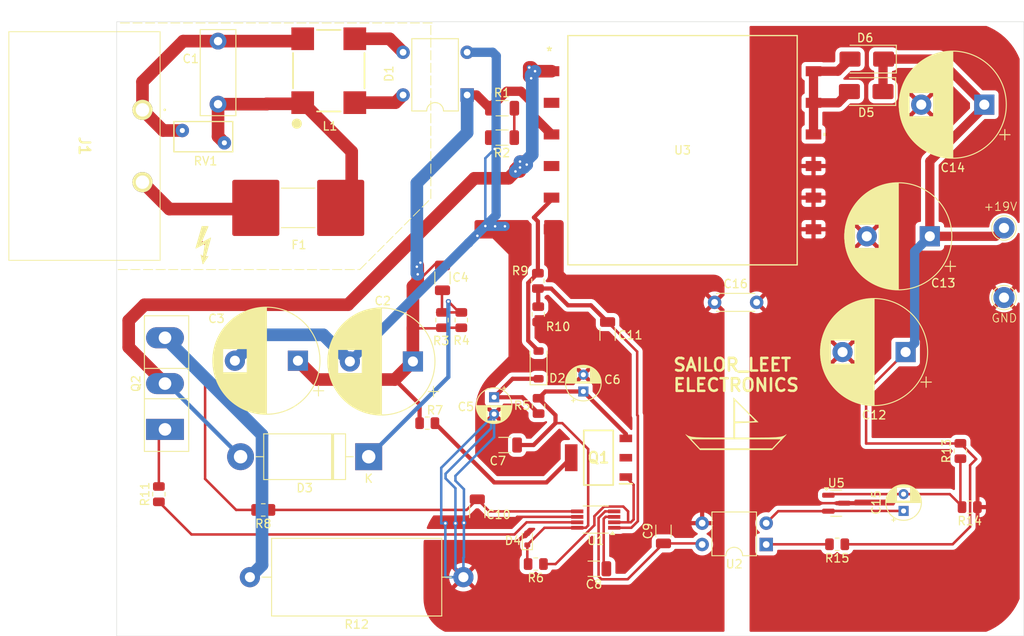
<source format=kicad_pcb>
(kicad_pcb (version 20240108) (generator "pcbnew") (generator_version "8.0")
  (layers (0 "F.Cu" signal) (31 "B.Cu" signal) (34 "B.Paste" user) (35 "F.Paste" user) (36 "B.SilkS" user "B.Silkscreen") (37 "F.SilkS" user "F.Silkscreen") (38 "B.Mask" user) (39 "F.Mask" user) (44 "Edge.Cuts" user))
  (net 0 "")
  (net 1 "Net-(C1-Pad1)")
  (net 2 "Net-(C1-Pad2)")
  (net 3 "GND")
  (net 4 "Net-(D3-K)")
  (net 5 "Net-(D2-K)")
  (net 6 "Net-(D4-K)")
  (net 7 "Net-(U1-SS)")
  (net 8 "Net-(U1-COMP)")
  (net 9 "Net-(Q2-S)")
  (net 10 "Net-(U1-QR)")
  (net 11 "Opto_signal")
  (net 12 "GND1")
  (net 13 "Net-(U5-IN)")
  (net 14 "Net-(U5-OUT)")
  (net 15 "Net-(D1-Pad4)")
  (net 16 "Net-(D1-Pad3)")
  (net 17 "Net-(D2-A)")
  (net 18 "Net-(D3-A)")
  (net 19 "Net-(D5-A)")
  (net 20 "Net-(F1-Pad2)")
  (net 21 "Net-(Q1-G)")
  (net 22 "Net-(Q2-G)")
  (net 23 "Net-(R1-Pad2)")
  (net 24 "Net-(U1-OUT)")
  (net 25 "Net-(R15-Pad2)")
  (net 28 "Net-(U1-CS)")
  (net 30 "Net-(Q1-D_2)")
  (net 31 "Vs")
  (footprint "Capacitor_SMD:C_1206_3216Metric" (layer "F.Cu") (at 185.56 91.03 -90)
    (property "Reference" "C10")
    (property "Value" "0.1uF/50V")
  )
  (footprint "Resistor_SMD:R_0805_2012Metric" (layer "F.Cu") (at 192.77 63.57 -90)
    (property "Reference" "R9")
    (property "Value" "14.7K")
  )
  (footprint "Capacitor_THT:CP_Radial_D4.0mm_P2.00mm" (layer "F.Cu") (at 198.18 76.7326 90)
    (property "Reference" "C6")
    (property "Value" "0.1uF/50V")
  )
  (footprint "Resistor_THT:R_Axial_DIN0922_L20.0mm_D9.0mm_P25.40mm_Horizontal" (layer "F.Cu") (at 183.91 98.82 180)
    (property "Reference" "R12")
    (property "Value" "0.15")
  )
  (footprint "Diode_SMD:D_SOD-123" (layer "F.Cu") (at 192.85 73.57 90)
    (property "Reference" "D2")
    (property "Value" "1N4148W")
  )
  (footprint "Diode_SMD:D_SMA" (layer "F.Cu") (at 231.9 37.19 180)
    (property "Reference" "D6")
    (property "Value" "SS310")
  )
  (footprint "Diode_THT:D_DO-201AD_P15.24mm_Horizontal" (layer "F.Cu") (at 172.64 84.49 180)
    (property "Reference" "D3")
    (property "Value" "UF5406")
  )
  (footprint "Resistor_SMD:R_0805_2012Metric" (layer "F.Cu") (at 160.1 90.82 180)
    (property "Reference" "R8")
    (property "Value" "499")
  )
  (footprint "Capacitor_SMD:C_1206_3216Metric" (layer "F.Cu") (at 207.71 93.33 90)
    (property "Reference" "C9")
    (property "Value" "0.1uF/50V")
  )
  (footprint "private:SMD_13417_WRE" (layer "F.Cu") (at 209.975059 48.03)
    (property "Reference" "U3")
    (property "Value" "750313417")
  )
  (footprint "Capacitor_THT:CP_Radial_D12.5mm_P7.50mm" (layer "F.Cu") (at 239.393959 58.27 180)
    (property "Reference" "C13")
    (property "Value" "50uF/120V")
  )
  (footprint "Capacitor_THT:CP_Radial_D4.0mm_P2.00mm" (layer "F.Cu") (at 187.56 77.417401 -90)
    (property "Reference" "C5")
    (property "Value" "22uF/50v")
  )
  (footprint "Resistor_SMD:R_0805_2012Metric" (layer "F.Cu") (at 192.5175 97.26 180)
    (property "Reference" "R6")
    (property "Value" "2M")
  )
  (footprint "Capacitor_SMD:C_1206_3216Metric" (layer "F.Cu") (at 201.06 69.945 -90)
    (property "Reference" "C11")
    (property "Value" "16pF/100V")
  )
  (footprint "Package_TO_SOT_THT:TO-247-3_Vertical" (layer "F.Cu") (at 148.41 81.24 90)
    (property "Reference" "Q2")
    (property "Value" "C3M0065090D")
  )
  (footprint "Fuse:Fuse_Littelfuse-NANO2-462" (layer "F.Cu") (at 164.26 54.89 180)
    (property "Reference" "F1")
    (property "Value" "1000mA")
  )
  (footprint "Varistor:RV_Disc_D7mm_W3.6mm_P5mm" (layer "F.Cu") (at 155.47 47.15 180)
    (property "Reference" "RV1")
    (property "Value" "10D561K")
  )
  (footprint "Capacitor_THT:CP_Radial_D12.5mm_P7.50mm" (layer "F.Cu") (at 236.513959 72.04 180)
    (property "Reference" "C12")
    (property "Value" "10uF/50V")
  )
  (footprint "Capacitor_THT:CP_Radial_D12.5mm_P7.50mm" (layer "F.Cu") (at 177.903959 73.16 180)
    (property "Reference" "C2")
    (property "Value" "68uF/450V")
  )
  (footprint "Capacitor_THT:CP_Radial_D4.0mm_P2.00mm" (layer "F.Cu") (at 236.2725 90.9426 90)
    (property "Reference" "C15")
    (property "Value" "0.1uF/50V")
  )
  (footprint "Capacitor_THT:CP_Radial_D12.5mm_P7.50mm" (layer "F.Cu") (at 164.223959 73.07 180)
    (property "Reference" "C3")
    (property "Value" "68uF/450V")
  )
  (footprint "Capacitor_THT:C_Disc_D4.3mm_W1.9mm_P5.00mm" (layer "F.Cu") (at 213.79 66.13)
    (property "Reference" "C16")
    (property "Value" "2200pF/100V")
  )
  (footprint "Capacitor_SMD:C_1206_3216Metric" (layer "F.Cu") (at 199.44 97.82 180)
    (property "Reference" "C8")
    (property "Value" "10000pF/100V")
  )
  (footprint "Capacitor_SMD:C_1206_3216Metric" (layer "F.Cu") (at 188.82 83.1 180)
    (property "Reference" "C7")
    (property "Value" "4.7uF/50V")
  )
  (footprint "TestPoint:TestPoint_THTPad_D2.5mm_Drill1.2mm" (layer "F.Cu") (at 248.22 65.56)
    (property "Reference" "H2" (hide yes))
    (property "Value" "GND1")
  )
  (footprint "Resistor_SMD:R_0805_2012Metric" (layer "F.Cu") (at 192.85 78.45 -90)
    (property "Reference" "R5")
    (property "Value" "100")
  )
  (footprint "Symbol:Symbol_HighVoltage_NoTriangle_2x5mm_Copper" (layer "F.Cu") (at 153.21 59.47)
    (property "Reference" "REF**" (hide yes))
    (property "Value" "Symbol_HighVoltage_NoTriangle_2x5mm_Copper" (hide yes))
  )
  (footprint "Resistor_SMD:R_0805_2012Metric" (layer "F.Cu") (at 179.61 80.5)
    (property "Reference" "R7")
    (property "Value" "10K")
  )
  (footprint "Diode_THT:Diode_Bridge_DIP-4_W7.62mm_P5.08mm" (layer "F.Cu") (at 184.35 41.46 180)
    (property "Reference" "D1")
    (property "Value" "DF06M")
  )
  (footprint "Resistor_SMD:R_1206_3216Metric" (layer "F.Cu") (at 188.4975 46.53 180)
    (property "Reference" "R2")
    (property "Value" "499K")
  )
  (footprint "Resistor_SMD:R_0805_2012Metric" (layer "F.Cu") (at 243.0325 83.81 90)
    (property "Reference" "R13")
    (property "Value" "150k")
  )
  (footprint "Resistor_SMD:R_1206_3216Metric" (layer "F.Cu") (at 188.51 43.03)
    (property "Reference" "R1")
    (property "Value" "499K")
  )
  (footprint "Resistor_SMD:R_0805_2012Metric" (layer "F.Cu") (at 147.68 88.9475 90)
    (property "Reference" "R11")
    (property "Value" "4.75")
  )
  (footprint "Package_DIP:DIP-4_W7.62mm" (layer "F.Cu") (at 219.93 94.935 180)
    (property "Reference" "U2")
    (property "Value" "PC817")
  )
  (footprint "Resistor_SMD:R_0805_2012Metric" (layer "F.Cu") (at 181.36 68.235 90)
    (property "Reference" "R3")
    (property "Value" "20K")
  )
  (footprint "Resistor_SMD:R_0805_2012Metric" (layer "F.Cu") (at 228.37 94.91 180)
    (property "Reference" "R15")
    (property "Value" "10k")
  )
  (footprint "private:SOT230P700X180-4N" (layer "F.Cu") (at 199.98 84.61 180)
    (property "Reference" "Q1")
    (property "Value" "BSP135H6433XTMA1" (hide yes))
  )
  (footprint "private:WE-SL5_HC" (layer "F.Cu") (at 167.89 38.57 90)
    (property "Reference" "L1")
    (property "Value" "L_Coupled_1342")
  )
  (footprint "TestPoint:TestPoint_THTPad_D2.5mm_Drill1.2mm" (layer "F.Cu") (at 248.22 57.28)
    (property "Reference" "H1" (hide yes))
    (property "Value" "+19V")
  )
  (footprint "Package_SO:VSSOP-8_3.0x3.0mm_P0.65mm" (layer "F.Cu") (at 199.65 91.97 180)
    (property "Reference" "U1")
    (property "Value" "LM5023")
  )
  (footprint "Resistor_SMD:R_0805_2012Metric" (layer "F.Cu") (at 183.66 68.2375 90)
    (property "Reference" "R4")
    (property "Value" "20K")
  )
  (footprint "private:61600159" (layer "F.Cu") (at 145.73 43.23 -90)
    (property "Reference" "J1")
    (property "Value" "6160.0159" (hide yes))
  )
  (footprint "Package_TO_SOT_SMD:SOT-23" (layer "F.Cu") (at 228.265 90.02)
    (property "Reference" "U5")
    (property "Value" "MAX6101")
  )
  (footprint "Resistor_SMD:R_0805_2012Metric" (layer "F.Cu") (at 192.81 67.5525 -90)
    (property "Reference" "R10")
    (property "Value" "4.42k")
  )
  (footprint "Diode_SMD:D_SMA" (layer "F.Cu") (at 231.8275 41.05 180)
    (property "Reference" "D5")
    (property "Value" "SS310")
  )
  (footprint "Resistor_SMD:R_0805_2012Metric" (layer "F.Cu") (at 244.1375 90.49 180)
    (property "Reference" "R14")
    (property "Value" "10.2k")
  )
  (footprint "tfm:LOGO" (layer "F.Cu") (at 216.233049 80.500914)
    (property "Reference" "G***" (hide yes))
    (property "Value" "LOGO" (hide yes))
  )
  (footprint "Capacitor_SMD:C_1206_3216Metric" (layer "F.Cu") (at 181.42 63.215 -90)
    (property "Reference" "C4")
    (property "Value" "470pF/630V")
  )
  (footprint "Diode_SMD:D_SOD-523" (layer "F.Cu") (at 191.51 94.2875 90)
    (property "Reference" "D4")
    (property "Value" "ESD5Zxx")
  )
  (footprint "Capacitor_THT:CP_Radial_D12.5mm_P7.50mm" (layer "F.Cu") (at 245.873959 42.61 180)
    (property "Reference" "C14")
    (property "Value" "50uF/120V")
  )
  (footprint "Capacitor_THT:C_Rect_L10.0mm_W4.0mm_P7.50mm_MKS4" (layer "F.Cu") (at 154.72 42.55 90)
    (property "Reference" "C1")
    (property "Value" "0.01uF/275VAC")
  )
  (gr_line (start 180.03 53.78) (end 180.03 32.9) (stroke (width 0.1) (type dash)) (layer "F.SilkS"))
  (gr_line (start 142.84 62.23) (end 171.58 62.23) (stroke (width 0.1) (type dash)) (layer "F.SilkS"))
  (gr_line (start 171.58 62.23) (end 180.03 53.78) (stroke (width 0.1) (type dash)) (layer "F.SilkS"))
  (gr_line (start 180.19 32.89) (end 142.86 32.89) (stroke (width 0.1) (type dash)) (layer "F.SilkS"))
  (gr_line (start 142.66 92.755) (end 142.66 32.745) (stroke (width 0.05)) (layer "Edge.Cuts"))
  (gr_line (start 142.66 32.745) (end 250.31 32.745) (stroke (width 0.05)) (layer "Edge.Cuts"))
  (gr_line (start 250.58 105.82) (end 142.66 105.82) (stroke (width 0.05)) (layer "Edge.Cuts"))
  (gr_line (start 250.58 32.745) (end 250.58 105.82) (stroke (width 0.05)) (layer "Edge.Cuts"))
  (gr_line (start 142.66 92.755) (end 142.66 105.82) (stroke (width 0.05)) (layer "Edge.Cuts"))
  (gr_line (start 250.31 32.745) (end 250.58 32.745) (stroke (width 0.05)) (layer "Edge.Cuts"))
  (gr_text "GND\n\n" (at 246.67 70.2 0) (layer "F.SilkS") (effects (font (size 1 1) (thickness 0.1)) (justify left bottom)))
  (gr_text "SAILOR_LEET \nELECTRONICS" (at 208.73 76.85 0) (layer "F.SilkS") (effects (font (size 1.5 1.5) (thickness 0.3) (bold yes)) (justify left bottom)))
  (gr_text "+19V\n" (at 245.73 55.32 0) (layer "F.SilkS") (effects (font (size 1 1) (thickness 0.1)) (justify left bottom)))
  (segment (start 160.53 42.51) (end 160.49 42.55) (width 1.5) (layer "F.Cu") (net 1))
  (segment (start 160.49 42.55) (end 154.72 42.55) (width 1.5) (layer "F.Cu") (net 1))
  (segment (start 154.72 42.55) (end 154.72 46.4) (width 1.5) (layer "F.Cu") (net 1))
  (segment (start 154.72 46.4) (end 155.47 47.15) (width 1.5) (layer "F.Cu") (net 1))
  (segment (start 170.62 48.2) (end 164.93 42.51) (width 1.5) (layer "F.Cu") (net 1))
  (segment (start 170.62 53.32) (end 170.62 48.2) (width 1.5) (layer "F.Cu") (net 1))
  (segment (start 164.93 42.51) (end 160.53 42.51) (width 1.5) (layer "F.Cu") (net 1))
  (segment (start 150.47 45.68333) (end 148.18333 45.68333) (width 1.5) (layer "F.Cu") (net 2))
  (segment (start 148.18333 45.68333) (end 145.73 43.23) (width 1.5) (layer "F.Cu") (net 2))
  (segment (start 145.73 39.89) (end 150.57 35.05) (width 1.5) (layer "F.Cu") (net 2))
  (segment (start 150.57 35.05) (end 154.72 35.05) (width 1.5) (layer "F.Cu") (net 2))
  (segment (start 164.51 35.05) (end 164.79 34.77) (width 1.5) (layer "F.Cu") (net 2))
  (segment (start 154.72 35.05) (end 164.51 35.05) (width 1.5) (layer "F.Cu") (net 2))
  (segment (start 145.73 43.23) (end 145.73 39.89) (width 1.5) (layer "F.Cu") (net 2))
  (segment (start 187.035 46.53) (end 187.59962 47.09462) (width 0.3) (layer "F.Cu") (net 3))
  (segment (start 187.59962 47.09462) (end 187.62 47.88) (width 0.3) (layer "F.Cu") (net 3))
  (segment (start 187.62 47.88) (end 187.59962 47.790381) (width 0.3) (layer "F.Cu") (net 3))
  (segment (start 190.315 91.645) (end 189.44 92.52) (width 0.3) (layer "F.Cu") (net 3))
  (segment (start 197.45 91.645) (end 190.315 91.645) (width 0.3) (layer "F.Cu") (net 3))
  (via (at 188.85 57.08) (size 1.1) (drill 0.3) (layers "F.Cu" "B.Cu") (net 3))
  (via (at 186.51698 57.04698) (size 0.6) (drill 0.3) (layers "F.Cu" "B.Cu") (net 3))
  (via (at 183.97 92.36) (size 0.6) (drill 0.3) (layers "F.Cu" "B.Cu") (net 3))
  (via (at 187.68 57.08) (size 0.6) (drill 0.3) (layers "F.Cu" "B.Cu") (net 3))
  (via (at 185.57 58.21) (size 0.6) (drill 0.3) (layers "F.Cu" "B.Cu") (net 3))
  (via (at 187.62 47.88) (size 0.6) (drill 0.3) (layers "F.Cu" "B.Cu") (net 3))
  (via (at 181.76 92.41) (size 0.6) (drill 0.3) (layers "F.Cu" "B.Cu") (net 3))
  (via (at 182.96 92.41) (size 0.6) (drill 0.3) (layers "F.Cu" "B.Cu") (net 3))
  (segment (start 184.53 59.033959) (end 184.53 59.07) (width 1.1) (layer "B.Cu") (net 3))
  (segment (start 181.79 86.52) (end 187.207401 81.102599) (width 0.3) (layer "B.Cu") (net 3))
  (segment (start 187.56 82.17) (end 187.56 79.417401) (width 0.3) (layer "B.Cu") (net 3))
  (segment (start 182.96 97.87) (end 183.91 98.82) (width 0.3) (layer "B.Cu") (net 3))
  (segment (start 181.76 92.41) (end 181.27 92.41) (width 0.3) (layer "B.Cu") (net 3))
  (segment (start 183.97 92.36) (end 183.97 88.36) (width 0.3) (layer "B.Cu") (net 3))
  (segment (start 187.207401 79.77) (end 187.56 79.417401) (width 0.3) (layer "B.Cu") (net 3))
  (segment (start 159.803959 69.99) (end 156.723959 73.07) (width 1.5) (layer "B.Cu") (net 3))
  (segment (start 181.76 92.41) (end 181.76 98.7) (width 0.3) (layer "B.Cu") (net 3))
  (segment (start 187.82 41.43) (end 187.82 36.81) (width 1.1) (layer "B.Cu") (net 3))
  (segment (start 186.69 57.08) (end 186.483959 57.08) (width 1.1) (layer "B.Cu") (net 3))
  (segment (start 183.97 96.446617) (end 183.91 96.506617) (width 0.3) (layer "B.Cu") (net 3))
  (segment (start 187.56 79.52) (end 187.56 79.417401) (width 0.3) (layer "B.Cu") (net 3))
  (segment (start 182.961691 87.351691) (end 182.961691 86.768309) (width 0.3) (layer "B.Cu") (net 3))
  (segment (start 184.53 59.07) (end 184.493959 59.07) (width 1.1) (layer "B.Cu") (net 3))
  (segment (start 182.96 92.41) (end 182.96 88.24) (width 0.3) (layer "B.Cu") (net 3))
  (segment (start 182.961691 86.768309) (end 187.56 82.17) (width 0.3) (layer "B.Cu") (net 3))
  (segment (start 182.96 92.41) (end 182.96 97.87) (width 0.3) (layer "B.Cu") (net 3))
  (segment (start 187.8 55.76396) (end 187.8 41.45) (width 1.1) (layer "B.Cu") (net 3))
  (segment (start 186.51698 48.98302) (end 187.62 47.88) (width 0.3) (layer "B.Cu") (net 3))
  (segment (start 181.79 87.07) (end 181.79 86.52) (width 0.3) (layer "B.Cu") (net 3))
  (segment (start 187.207401 81.102599) (end 187.207401 79.77) (width 0.3) (layer "B.Cu") (net 3))
  (segment (start 181.27 85.81) (end 187.56 79.52) (width 0.3) (layer "B.Cu") (net 3))
  (segment (start 182.96 88.24) (end 181.79 87.07) (width 0.3) (layer "B.Cu") (net 3))
  (segment (start 181.88 98.82) (end 183.91 98.82) (width 0.3) (layer "B.Cu") (net 3))
  (segment (start 167.233959 69.99) (end 159.803959 69.99) (width 1.5) (layer "B.Cu") (net 3))
  (segment (start 183.97 92.36) (end 183.97 96.446617) (width 0.3) (layer "B.Cu") (net 3))
  (segment (start 184.493959 59.07) (end 170.403959 73.16) (width 1.1) (layer "B.Cu") (net 3))
  (segment (start 187.8 41.45) (end 187.82 41.43) (width 1.1) (layer "B.Cu") (net 3))
  (segment (start 187.39 36.38) (end 184.35 36.38) (width 1.1) (layer "B.Cu") (net 3))
  (segment (start 183.91 96.506617) (end 183.91 98.82) (width 0.3) (layer "B.Cu") (net 3))
  (segment (start 186.51698 57.04698) (end 186.51698 48.98302) (width 0.3) (layer "B.Cu") (net 3))
  (segment (start 188.85 57.08) (end 186.69 57.08) (width 1.1) (layer "B.Cu") (net 3))
  (segment (start 181.76 98.7) (end 181.88 98.82) (width 0.3) (layer "B.Cu") (net 3))
  (segment (start 181.27 92.41) (end 181.27 85.81) (width 0.3) (layer "B.Cu") (net 3))
  (segment (start 186.51698 57.04698) (end 187.8 55.76396) (width 1.1) (layer "B.Cu") (net 3))
  (segment (start 170.403959 73.16) (end 167.233959 69.99) (width 1.5) (layer "B.Cu") (net 3))
  (segment (start 186.483959 57.08) (end 185.57 57.993959) (width 1.1) (layer "B.Cu") (net 3))
  (segment (start 187.82 36.81) (end 187.39 36.38) (width 1.1) (layer "B.Cu") (net 3))
  (segment (start 185.353959 58.21) (end 184.53 59.033959) (width 1.1) (layer "B.Cu") (net 3))
  (segment (start 183.97 88.36) (end 182.961691 87.351691) (width 0.3) (layer "B.Cu") (net 3))
  (segment (start 183.2075 67.1175) (end 182.12 66.03) (width 0.3) (layer "F.Cu") (net 4))
  (segment (start 183.6575 67.3225) (end 183.66 67.325) (width 0.3) (layer "F.Cu") (net 4))
  (segment (start 181.36 64.75) (end 181.42 64.69) (width 0.3) (layer "F.Cu") (net 4))
  (segment (start 181.36 67.3225) (end 180.7775 67.3225) (width 0.3) (layer "F.Cu") (net 4))
  (segment (start 181.36 67.3225) (end 183.6575 67.3225) (width 0.3) (layer "F.Cu") (net 4))
  (segment (start 181.36 67.3225) (end 181.36 64.75) (width 0.3) (layer "F.Cu") (net 4))
  (via (at 182.12 66.03) (size 0.6) (drill 0.3) (layers "F.Cu" "B.Cu") (net 4))
  (segment (start 182.12 75.01) (end 182.12 66.03) (width 0.5) (layer "B.Cu") (net 4))
  (segment (start 172.64 84.49) (end 182.12 75.01) (width 0.5) (layer "B.Cu") (net 4))
  (segment (start 190.904901 77.417401) (end 192.85 79.3625) (width 0.5) (layer "F.Cu") (net 5))
  (segment (start 189.757401 75.22) (end 187.56 77.417401) (width 0.5) (layer "F.Cu") (net 5))
  (segment (start 192.85 75.22) (end 189.757401 75.22) (width 0.5) (layer "F.Cu") (net 5))
  (segment (start 187.56 77.417401) (end 190.904901 77.417401) (width 0.5) (layer "F.Cu") (net 5))
  (segment (start 198.18 76.7326) (end 193.6549 76.7326) (width 0.5) (layer "F.Cu") (net 6))
  (segment (start 203.23 81.7826) (end 198.18 76.7326) (width 0.5) (layer "F.Cu") (net 6))
  (segment (start 197.45 92.945) (end 193.5525 92.945) (width 0.3) (layer "F.Cu") (net 6))
  (segment (start 192.26 83.1) (end 190.295 83.1) (width 0.5) (layer "F.Cu") (net 6))
  (segment (start 193.5525 92.945) (end 191.51 94.9875) (width 0.3) (layer "F.Cu") (net 6))
  (segment (start 194.8625 79.55) (end 194.8625 80.4975) (width 0.5) (layer "F.Cu") (net 6))
  (segment (start 191.51 94.9875) (end 191.51 97.165) (width 0.3) (layer "F.Cu") (net 6))
  (segment (start 195.6675 80.4975) (end 194.8625 80.4975) (width 0.3) (layer "F.Cu") (net 6))
  (segment (start 198.75 83.58) (end 195.6675 80.4975) (width 0.3) (layer "F.Cu") (net 6))
  (segment (start 198.475 92.945) (end 198.75 92.67) (width 0.3) (layer "F.Cu") (net 6))
  (segment (start 191.51 97.165) (end 191.605 97.26) (width 0.3) (layer "F.Cu") (net 6))
  (segment (start 197.45 92.945) (end 198.475 92.945) (width 0.3) (layer "F.Cu") (net 6))
  (segment (start 193.6549 76.7326) (end 192.85 77.5375) (width 0.5) (layer "F.Cu") (net 6))
  (segment (start 203.23 82.31) (end 203.23 81.7826) (width 0.5) (layer "F.Cu") (net 6))
  (segment (start 192.85 77.5375) (end 194.8625 79.55) (width 0.5) (layer "F.Cu") (net 6))
  (segment (start 198.75 92.67) (end 198.75 83.58) (width 0.3) (layer "F.Cu") (net 6))
  (segment (start 194.8625 80.4975) (end 192.26 83.1) (width 0.5) (layer "F.Cu") (net 6))
  (segment (start 200.915 97.82) (end 200.6 97.505) (width 0.3) (layer "F.Cu") (net 7))
  (segment (start 200.825 91.645) (end 201.85 91.645) (width 0.3) (layer "F.Cu") (net 7))
  (segment (start 200.6 97.505) (end 200.6 91.87) (width 0.3) (layer "F.Cu") (net 7))
  (segment (start 200.6 91.87) (end 200.825 91.645) (width 0.3) (layer "F.Cu") (net 7))
  (segment (start 207.71 94.805) (end 212.18 94.805) (width 0.3) (layer "F.Cu") (net 8))
  (segment (start 201.85 90.995) (end 200.767894 90.995) (width 0.3) (layer "F.Cu") (net 8))
  (segment (start 212.18 94.805) (end 212.31 94.935) (width 0.3) (layer "F.Cu") (net 8))
  (segment (start 203.445 99.07) (end 207.71 94.805) (width 0.3) (layer "F.Cu") (net 8))
  (segment (start 200.767894 90.995) (end 199.99 91.772893) (width 0.3) (layer "F.Cu") (net 8))
  (segment (start 199.99 91.772893) (end 199.99 98.725456) (width 0.3) (layer "F.Cu") (net 8))
  (segment (start 200.334544 99.07) (end 203.445 99.07) (width 0.3) (layer "F.Cu") (net 8))
  (segment (start 199.99 98.725456) (end 200.334544 99.07) (width 0.3) (layer "F.Cu") (net 8))
  (segment (start 153.18 87.13) (end 153.18 75.11) (width 0.3) (layer "F.Cu") (net 9))
  (segment (start 153.18 75.11) (end 148.41 70.34) (width 0.3) (layer "F.Cu") (net 9))
  (segment (start 156.87 90.82) (end 153.18 87.13) (width 0.3) (layer "F.Cu") (net 9))
  (segment (start 159.1875 90.82) (end 156.87 90.82) (width 0.3) (layer "F.Cu") (net 9))
  (segment (start 158.51 98.82) (end 159.95 97.38) (width 1.5) (layer "B.Cu") (net 9))
  (segment (start 159.95 97.38) (end 159.95 81.88) (width 1.5) (layer "B.Cu") (net 9))
  (segment (start 159.95 81.88) (end 148.41 70.34) (width 1.5) (layer "B.Cu") (net 9))
  (segment (start 204.66 79.62) (end 204.58 79.54) (width 0.3) (layer "F.Cu") (net 10))
  (segment (start 192.81 66.64) (end 192.81 64.5225) (width 0.5) (layer "F.Cu") (net 10))
  (segment (start 204.58 79.54) (end 204.58 71.99) (width 0.3) (layer "F.Cu") (net 10))
  (segment (start 204.66 92.167106) (end 204.66 79.62) (width 0.3) (layer "F.Cu") (net 10))
  (segment (start 192.81 64.5225) (end 192.77 64.4825) (width 0.5) (layer "F.Cu") (net 10))
  (segment (start 192.77 64.4825) (end 194.3525 64.4825) (width 0.5) (layer "F.Cu") (net 10))
  (segment (start 201.85 92.945) (end 203.882106 92.945) (width 0.3) (layer "F.Cu") (net 10))
  (segment (start 196.35 66.48) (end 199.07 66.48) (width 0.5) (layer "F.Cu") (net 10))
  (segment (start 204.58 71.99) (end 201.06 68.47) (width 0.3) (layer "F.Cu") (net 10))
  (segment (start 199.07 66.48) (end 201.06 68.47) (width 0.5) (layer "F.Cu") (net 10))
  (segment (start 194.3525 64.4825) (end 196.35 66.48) (width 0.5) (layer "F.Cu") (net 10))
  (segment (start 203.882106 92.945) (end 204.66 92.167106) (width 0.3) (layer "F.Cu") (net 10))
  (segment (start 242.11 94.91) (end 244.1875 92.8325) (width 0.3) (layer "F.Cu") (net 11))
  (segment (start 245.873959 42.61) (end 245.873959 42.856041) (width 1.1) (layer "F.Cu") (net 11))
  (segment (start 239.393959 58.27) (end 247.23 58.27) (width 1.1) (layer "F.Cu") (net 11))
  (segment (start 231.815 76.738959) (end 236.513959 72.04) (width 0.3) (layer "F.Cu") (net 11))
  (segment (start 247.23 58.27) (end 248.22 57.28) (width 1.1) (layer "F.Cu") (net 11))
  (segment (start 233.8275 37.2625) (end 233.9 37.19) (width 1.1) (layer "F.Cu") (net 11))
  (segment (start 231.815 82.92) (end 231.815 76.738959) (width 0.3) (layer "F.Cu") (net 11))
  (segment (start 233.9 37.19) (end 240.453959 37.19) (width 1.1) (layer "F.Cu") (net 11))
  (segment (start 244.1875 85.4975) (end 244.91 84.775) (width 0.3) (layer "F.Cu") (net 11))
  (segment (start 244.1875 92.8325) (end 244.1875 85.4975) (width 0.3) (layer "F.Cu") (net 11))
  (segment (start 244.91 84.775) (end 243.0325 82.8975) (width 0.3) (layer "F.Cu") (net 11))
  (segment (start 231.815 82.92) (end 243.01 82.92) (width 0.3) (layer "F.Cu") (net 11))
  (segment (start 243.01 82.92) (end 243.0325 82.8975) (width 0.3) (layer "F.Cu") (net 11))
  (segment (start 245.873959 42.856041) (end 239.393959 49.336041) (width 1.1) (layer "F.Cu") (net 11))
  (segment (start 239.393959 49.336041) (end 239.393959 58.27) (width 1.1) (layer "F.Cu") (net 11))
  (segment (start 229.2825 94.91) (end 242.11 94.91) (width 0.3) (layer "F.Cu") (net 11))
  (segment (start 240.453959 37.19) (end 245.873959 42.61) (width 1.1) (layer "F.Cu") (net 11))
  (segment (start 239.393959 58.27) (end 239.393959 58.336041) (width 1.1) (layer "F.Cu") (net 11))
  (segment (start 233.8275 41.05) (end 233.8275 37.2625) (width 1.1) (layer "F.Cu") (net 11))
  (segment (start 239.393959 58.27) (end 237.59 60.073959) (width 1.1) (layer "B.Cu") (net 11))
  (segment (start 237.59 60.073959) (end 237.59 70.963959) (width 1.1) (layer "B.Cu") (net 11))
  (segment (start 237.59 70.963959) (end 236.513959 72.04) (width 1.1) (layer "B.Cu") (net 11))
  (segment (start 236.2725 88.9426) (end 241.7676 88.9426) (width 0.3) (layer "F.Cu") (net 13))
  (segment (start 243.0325 84.7225) (end 243.0325 90.2075) (width 0.3) (layer "F.Cu") (net 13))
  (segment (start 243.0325 90.2075) (end 243.335 90.51) (width 0.3) (layer "F.Cu") (net 13))
  (segment (start 241.7676 88.9426) (end 243.335 90.51) (width 0.3) (layer "F.Cu") (net 13))
  (segment (start 236.2725 88.9426) (end 227.4549 88.9426) (width 0.3) (layer "F.Cu") (net 13))
  (segment (start 227.4549 88.9426) (end 227.3275 89.07) (width 0.3) (layer "F.Cu") (net 13))
  (segment (start 221.355 90.97) (end 219.93 92.395) (width 0.3) (layer "F.Cu") (net 14))
  (segment (start 227.3549 90.9426) (end 227.3275 90.97) (width 0.3) (layer "F.Cu") (net 14))
  (segment (start 227.3275 90.97) (end 221.355 90.97) (width 0.3) (layer "F.Cu") (net 14))
  (segment (start 236.2725 90.9426) (end 227.3549 90.9426) (width 0.3) (layer "F.Cu") (net 14))
  (segment (start 170.99 42.37) (end 175.82 42.37) (width 1.5) (layer "F.Cu") (net 15))
  (segment (start 175.82 42.37) (end 176.73 41.46) (width 1.5) (layer "F.Cu") (net 15))
  (segment (start 170.99 34.77) (end 175.12 34.77) (width 1.5) (layer "F.Cu") (net 16))
  (segment (start 175.12 34.77) (end 176.73 36.38) (width 1.5) (layer "F.Cu") (net 16))
  (segment (start 191.62 63.8075) (end 191.62 70.69) (width 0.5) (layer "F.Cu") (net 17))
  (segment (start 194.392159 53.669999) (end 194.392159 53.937841) (width 0.5) (layer "F.Cu") (net 17))
  (segment (start 192.77 56.5) (end 192.77 62.6575) (width 0.5) (layer "F.Cu") (net 17))
  (segment (start 191.62 70.69) (end 192.85 71.92) (width 0.5) (layer "F.Cu") (net 17))
  (segment (start 192.3 56.03) (end 192.77 56.5) (width 0.5) (layer "F.Cu") (net 17))
  (segment (start 194.392159 53.937841) (end 192.3 56.03) (width 0.5) (layer "F.Cu") (net 17))
  (segment (start 192.77 62.6575) (end 191.62 63.8075) (width 0.5) (layer "F.Cu") (net 17))
  (segment (start 190.1 50.55) (end 190.62 50.55) (width 1.5) (layer "F.Cu") (net 18))
  (segment (start 189.28 51.37) (end 185.21 51.37) (width 1.5) (layer "F.Cu") (net 18))
  (segment (start 191.74 39.24) (end 191.74 38.189997) (width 1.5) (layer "F.Cu") (net 18))
  (segment (start 145.97 66.41) (end 144.09 68.29) (width 1.5) (layer "F.Cu") (net 18))
  (segment (start 191.74 38.189997) (end 191.989995 38.189997) (width 1.5) (layer "F.Cu") (net 18))
  (segment (start 190.1 50.55) (end 190.1 50.3) (width 1.5) (layer "F.Cu") (net 18))
  (segment (start 144.09 71.47) (end 148.41 75.79) (width 1.5) (layer "F.Cu") (net 18))
  (segment (start 144.09 68.29) (end 144.09 71.47) (width 1.5) (layer "F.Cu") (net 18))
  (segment (start 190.62 50.55) (end 190.32 50.25) (width 1.5) (layer "F.Cu") (net 18))
  (segment (start 191.079997 49.379997) (end 190.64 49.379997) (width 1.5) (layer "F.Cu") (net 18))
  (segment (start 190.1 50.55) (end 189.28 51.37) (width 1.5) (layer "F.Cu") (net 18))
  (segment (start 190.64 50.01) (end 191.05 49.6) (width 1.5) (layer "F.Cu") (net 18))
  (segment (start 191.989995 38.189997) (end 192.429999 38.630001) (width 1.5) (layer "F.Cu") (net 18))
  (segment (start 170.17 66.41) (end 145.97 66.41) (width 1.5) (layer "F.Cu") (net 18))
  (segment (start 190.64 50.08) (end 190.32 50.08) (width 1.5) (layer "F.Cu") (net 18))
  (segment (start 191.44 49.74) (end 191.079997 49.379997) (width 1.5) (layer "F.Cu") (net 18))
  (segment (start 185.21 51.37) (end 170.17 66.41) (width 1.5) (layer "F.Cu") (net 18))
  (segment (start 190.1 50.3) (end 190.32 50.08) (width 1.5) (layer "F.Cu") (net 18))
  (segment (start 190.32 50.25) (end 190.32 50.08) (width 1.5) (layer "F.Cu") (net 18))
  (segment (start 190.64 50.08) (end 190.64 50.01) (width 1.5) (layer "F.Cu") (net 18))
  (segment (start 190.91 49.74) (end 191.16 49.49) (width 1.5) (layer "F.Cu") (net 18))
  (segment (start 191.97 39.47) (end 191.74 39.24) (width 1.5) (layer "F.Cu") (net 18))
  (segment (start 194.392159 38.630001) (end 192.429999 38.630001) (width 1.5) (layer "F.Cu") (net 18))
  (via (at 190.1 50.55) (size 0.6) (drill 0.3) (layers "F.Cu" "B.Cu") (net 18))
  (via (at 191.44 49.74) (size 0.6) (drill 0.3) (layers "F.Cu" "B.Cu") (net 18))
  (via (at 192.429999 38.630001) (size 0.6) (drill 0.3) (layers "F.Cu" "B.Cu") (net 18))
  (via (at 190.64 50.08) (size 0.6) (drill 0.3) (layers "F.Cu" "B.Cu") (net 18))
  (via (at 191.74 38.189997) (size 0.6) (drill 0.3) (layers "F.Cu" "B.Cu") (net 18))
  (via (at 191.97 39.47) (size 0.6) (drill 0.3) (layers "F.Cu" "B.Cu") (net 18))
  (via (at 190.64 49.379997) (size 0.6) (drill 0.3) (layers "F.Cu" "B.Cu") (net 18))
  (segment (start 192.1 39.34) (end 192.1 39.09) (width 1.5) (layer "B.Cu") (net 18))
  (segment (start 157.4 84.49) (end 157.11 84.49) (width 1.5) (layer "B.Cu") (net 18))
  (segment (start 190.57 50.08) (end 190.1 50.55) (width 1.5) (layer "B.Cu") (net 18))
  (segment (start 191.97 39.47) (end 192.1 39.34) (width 1.5) (layer "B.Cu") (net 18))
  (segment (start 191.44 49.74) (end 190.91 49.74) (width 1.5) (layer "B.Cu") (net 18))
  (segment (start 190.64 50.08) (end 190.57 50.08) (width 1.5) (layer "B.Cu") (net 18))
  (segment (start 148.41 75.79) (end 148.7 75.79) (width 1.5) (layer "B.Cu") (net 18))
  (segment (start 148.7 75.79) (end 157.4 84.49) (width 0.5) (layer "B.Cu") (net 18))
  (segment (start 191.97 39.47) (end 192.1 39.6) (width 1.5) (layer "B.Cu") (net 18))
  (segment (start 190.64 49.379997) (end 190.64 50.08) (width 1.5) (layer "B.Cu") (net 18))
  (segment (start 192.1 48.55) (end 190.1 50.55) (width 1.5) (layer "B.Cu") (net 18))
  (segment (start 191.97 39.47) (end 191.97 39.09) (width 1.5) (layer "B.Cu") (net 18))
  (segment (start 191.97 39.09) (end 192.429999 38.630001) (width 1.5) (layer "B.Cu") (net 18))
  (segment (start 190.64 50.08) (end 191.1 50.08) (width 1.5) (layer "B.Cu") (net 18))
  (segment (start 192.1 39.6) (end 192.1 48.55) (width 1.5) (layer "B.Cu") (net 18))
  (segment (start 191.1 50.08) (end 191.44 49.74) (width 1.5) (layer "B.Cu") (net 18))
  (segment (start 190.91 49.74) (end 190.1 50.55) (width 1.5) (layer "B.Cu") (net 18))
  (segment (start 225.557959 38.630001) (end 228.459999 38.630001) (width 1.1) (layer "F.Cu") (net 19))
  (segment (start 225.557959 42.390001) (end 228.487499 42.390001) (width 1.1) (layer "F.Cu") (net 19))
  (segment (start 228.459999 38.630001) (end 229.9 37.19) (width 1.1) (layer "F.Cu") (net 19))
  (segment (start 225.557959 42.390001) (end 225.557959 38.630001) (width 1.1) (layer "F.Cu") (net 19))
  (segment (start 228.487499 42.390001) (end 229.8275 41.05) (width 1.1) (layer "F.Cu") (net 19))
  (segment (start 225.557959 46.150001) (end 225.557959 42.390001) (width 1.1) (layer "F.Cu") (net 19))
  (segment (start 158.81 55.03) (end 160.52 53.32) (width 1.5) (layer "F.Cu") (net 20))
  (segment (start 145.73 51.83) (end 148.93 55.03) (width 1.5) (layer "F.Cu") (net 20))
  (segment (start 148.93 55.03) (end 158.81 55.03) (width 1.5) (layer "F.Cu") (net 20))
  (segment (start 203.23 86.91) (end 204.16 87.84) (width 0.3) (layer "F.Cu") (net 21))
  (segment (start 203.5 90.995) (end 203.5 92.295) (width 0.3) (layer "F.Cu") (net 21))
  (segment (start 202.925 90.42) (end 203.5 90.995) (width 0.3) (layer "F.Cu") (net 21))
  (segment (start 194.867106 97.26) (end 199.49 92.637106) (width 0.3) (layer "F.Cu") (net 21))
  (segment (start 204.16 91.96) (end 203.825 92.295) (width 0.3) (layer "F.Cu") (net 21))
  (segment (start 204.16 87.84) (end 204.16 91.96) (width 0.3) (layer "F.Cu") (net 21))
  (segment (start 193.43 97.26) (end 194.867106 97.26) (width 0.3) (layer "F.Cu") (net 21))
  (segment (start 200.635786 90.42) (end 202.925 90.42) (width 0.3) (layer "F.Cu") (net 21))
  (segment (start 203.825 92.295) (end 201.85 92.295) (width 0.3) (layer "F.Cu") (net 21))
  (segment (start 199.49 92.637106) (end 199.49 91.565786) (width 0.3) (layer "F.Cu") (net 21))
  (segment (start 199.49 91.565786) (end 200.635786 90.42) (width 0.3) (layer "F.Cu") (net 21))
  (segment (start 147.68 88.035) (end 147.68 81.97) (width 0.3) (layer "F.Cu") (net 22))
  (segment (start 147.68 81.97) (end 148.41 81.24) (width 0.3) (layer "F.Cu") (net 22))
  (segment (start 189.96 43.0425) (end 189.9725 43.03) (width 0.3) (layer "F.Cu") (net 23))
  (segment (start 189.96 46.53) (end 189.96 43.0425) (width 0.3) (layer "F.Cu") (net 23))
  (segment (start 151.56 93.74) (end 147.68 89.86) (width 0.3) (layer "F.Cu") (net 24))
  (segment (start 189.98 93.74) (end 151.56 93.74) (width 0.3) (layer "F.Cu") (net 24))
  (segment (start 197.45 92.295) (end 191.425 92.295) (width 0.3) (layer "F.Cu") (net 24))
  (segment (start 191.425 92.295) (end 189.98 93.74) (width 0.3) (layer "F.Cu") (net 24))
  (segment (start 219.955 94.91) (end 219.93 94.935) (width 0.3) (layer "F.Cu") (net 25))
  (segment (start 227.4575 94.91) (end 219.955 94.91) (width 0.3) (layer "F.Cu") (net 25))
  (segment (start 184.295 90.82) (end 185.56 89.555) (width 0.3) (layer "F.Cu") (net 28))
  (segment (start 197.45 90.995) (end 187 90.995) (width 0.3) (layer "F.Cu") (net 28))
  (segment (start 187 90.995) (end 185.56 89.555) (width 0.3) (layer "F.Cu") (net 28))
  (segment (start 161.0125 90.82) (end 184.295 90.82) (width 0.3) (layer "F.Cu") (net 28))
  (segment (start 187.5725 87.55) (end 180.5225 80.5) (width 0.5) (layer "F.Cu") (net 30))
  (segment (start 193.79 87.55) (end 196.73 84.61) (width 0.5) (layer "F.Cu") (net 30))
  (segment (start 193.79 87.55) (end 187.5725 87.55) (width 0.5) (layer "F.Cu") (net 30))
  (segment (start 190.75 41.02) (end 192.28 42.55) (width 1.1) (layer "F.Cu") (net 31))
  (segment (start 181.3625 69.15) (end 181.36 69.1475) (width 0.3) (layer "F.Cu") (net 31))
  (segment (start 175.753959 75.31) (end 177.903959 73.16) (width 1.5) (layer "F.Cu") (net 31))
  (segment (start 178.475 63.645) (end 180.585 61.535) (width 0.3) (layer "F.Cu") (net 31))
  (segment (start 177.903959 69.22) (end 177.903959 64.216041) (width 1.5) (layer "F.Cu") (net 31))
  (segment (start 173.53 75.31) (end 175.753959 75.31) (width 1.5) (layer "F.Cu") (net 31))
  (segment (start 177.9 69.223959) (end 177.903959 69.22) (width 1.5) (layer "F.Cu") (net 31))
  (segment (start 178.475 62.79) (end 178.475 61.725) (width 1.5) (layer "F.Cu") (net 31))
  (segment (start 178.6975 80.5) (end 178.6975 78.253541) (width 0.5) (layer "F.Cu") (net 31))
  (segment (start 177.903959 73.16) (end 177.9 73.156041) (width 1.5) (layer "F.Cu") (net 31))
  (segment (start 177.9 73.156041) (end 177.9 69.223959) (width 1.5) (layer "F.Cu") (net 31))
  (segment (start 178.37 61.89) (end 178.37 61.83) (width 1.5) (layer "F.Cu") (net 31))
  (segment (start 192.28 42.55) (end 192.28 44.03784) (width 1.1) (layer "F.Cu") (net 31))
  (segment (start 178.6975 78.253541) (end 175.753959 75.31) (width 0.5) (layer "F.Cu") (net 31))
  (segment (start 164.223959 73.07) (end 166.463959 75.31) (width 1.5) (layer "F.Cu") (net 31))
  (segment (start 178.475 61.995) (end 178.37 61.89) (width 1.5) (layer "F.Cu") (net 31))
  (segment (start 184.35 41.46) (end 185.4775 41.46) (width 1.1) (layer "F.Cu") (net 31))
  (segment (start 192.28 44.03784) (end 194.392159 46.149999) (width 1.1) (layer "F.Cu") (net 31))
  (segment (start 183.66 69.15) (end 181.3625 69.15) (width 0.3) (layer "F.Cu") (net 31))
  (segment (start 177.903959 69.22) (end 181.2875 69.22) (width 0.3) (layer "F.Cu") (net 31))
  (segment (start 189.0575 41.02) (end 190.75 41.02) (width 1.1) (layer "F.Cu") (net 31))
  (segment (start 177.903959 64.216041) (end 178.475 63.645) (width 1.5) (layer "F.Cu") (net 31))
  (segment (start 166.463959 75.31) (end 173.53 75.31) (width 1.5) (layer "F.Cu") (net 31))
  (segment (start 187.0475 43.03) (end 189.0575 41.02) (width 1.1) (layer "F.Cu") (net 31))
  (segment (start 178.475 63.645) (end 178.475 61.995) (width 1.5) (layer "F.Cu") (net 31))
  (segment (start 185.4775 41.46) (end 187.0475 43.03) (width 1.1) (layer "F.Cu") (net 31))
  (via (at 178.79 61.41) (size 0.6) (drill 0.3) (layers "F.Cu" "B.Cu") (net 31))
  (via (at 178.475 62.79) (size 0.6) (drill 0.3) (layers "F.Cu" "B.Cu") (net 31))
  (via (at 178.37 61.89) (size 0.6) (drill 0.3) (layers "F.Cu" "B.Cu") (net 31))
  (segment (start 178.475 62.79) (end 178.37 62.685) (width 1.5) (layer "B.Cu") (net 31))
  (segment (start 178.37 62.685) (end 178.37 51.93) (width 1.5) (layer "B.Cu") (net 31))
  (segment (start 178.37 51.93) (end 184.35 45.95) (width 1.5) (layer "B.Cu") (net 31))
  (segment (start 184.35 45.95) (end 184.35 41.46) (width 1.5) (layer "B.Cu") (net 31))
  (zone (net 12) (net_name "GND1") (layer "F.Cu") (connect_pads (clearance 0.5)) (min_thickness 0.25) (fill yes (thermal_gap 0.5) (thermal_bridge_width 0.5) (smoothing fillet) (radius 7))
    (polygon (pts (xy 217.95 105.78) (xy 217.96 105.79) (xy 250.58 105.79) (xy 250.58 32.76) (xy 217.95 32.76) (xy 217.95 32.99)))
  )
  (zone (net 3) (net_name "GND") (layer "F.Cu") (priority 1) (connect_pads thru_hole_only (clearance 0.5)) (min_thickness 0.25) (fill yes (thermal_gap 0.5) (thermal_bridge_width 0.5) (smoothing fillet) (radius 6))
    (polygon (pts (xy 195.61 56.34) (xy 195.84 56.57) (xy 195.84 62.51) (xy 196.16 62.83) (xy 214.21 62.83) (xy 214.97 63.59) (xy 214.97 105.6) (xy 214.86 105.71) (xy 181.71 105.71) (xy 179.16 103.16) (xy 179.16 92.56) (xy 185.31 86.41) (xy 185.31 76.54) (xy 189.27 72.58) (xy 189.27 60.42) (xy 187.38 58.53) (xy 185.39 58.53) (xy 185.23 58.37) (xy 185.23 56.49) (xy 185.38 56.34)))
  )
)
</source>
